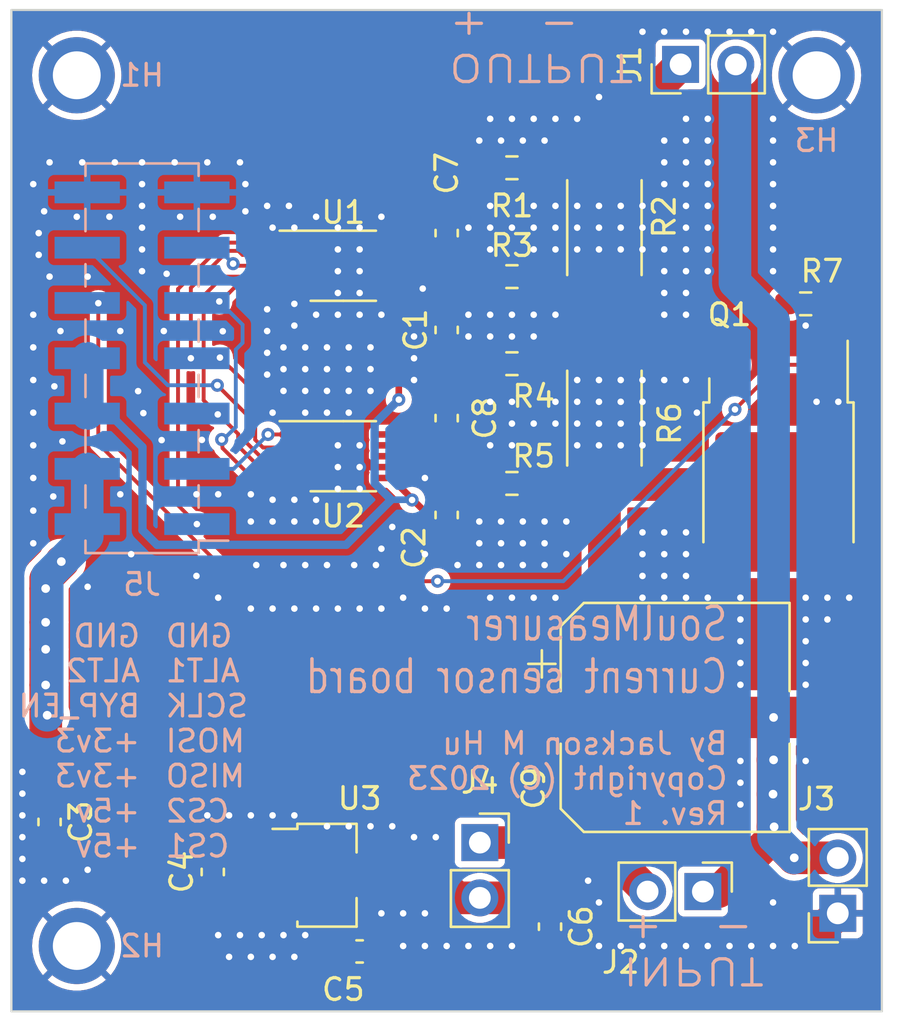
<source format=kicad_pcb>
(kicad_pcb (version 20221018) (generator pcbnew)
  (layers (0 "F.Cu" signal) (31 "B.Cu" signal) (34 "B.Paste" user) (35 "F.Paste" user) (36 "B.SilkS" user "B.Silkscreen") (37 "F.SilkS" user "F.Silkscreen") (38 "B.Mask" user) (39 "F.Mask" user) (44 "Edge.Cuts" user))
  (net 0 "")
  (net 1 "+3V3")
  (net 2 "GND")
  (net 3 "+5V")
  (net 4 "+3.3VADC")
  (net 5 "IN1+")
  (net 6 "IN1-")
  (net 7 "IN2+")
  (net 8 "IN2-")
  (net 9 "Net-(J1-Pin_2)")
  (net 10 "MOSI")
  (net 11 "CS1")
  (net 12 "MISO")
  (net 13 "CS2")
  (net 14 "SCLK")
  (net 15 "HI_CURR_BYPASS")
  (net 16 "ALERT2")
  (net 17 "ALERT1")
  (net 18 "VBUS2")
  (net 19 "Net-(J1-Pin_1)")
  (net 20 "VBUS1")
  (footprint "Package_SO:VSSOP-10_3x3mm_P0.5mm" (layer "F.Cu") (at 104.25 97.5)
    (fp_text reference "U2")
    (fp_text value "INA229-Q1")
  )
  (footprint "Package_SO:VSSOP-10_3x3mm_P0.5mm" (layer "F.Cu") (at 104.25 88.75)
    (fp_text reference "U1")
    (fp_text value "INA229-Q1")
  )
  (footprint "Capacitor_SMD:C_0603_1608Metric_Pad1.08x0.95mm_HandSolder" (layer "F.Cu") (at 113.75 119.1125 -90)
    (fp_text reference "C6")
    (fp_text value "10uF")
  )
  (footprint "Connector_PinHeader_2.54mm:PinHeader_1x02_P2.54mm_Vertical" (layer "F.Cu") (at 119.75 79.5 90)
    (fp_text reference "J1")
    (fp_text value "OUTPUT")
  )
  (footprint "Capacitor_SMD:C_0603_1608Metric_Pad1.08x0.95mm_HandSolder" (layer "F.Cu") (at 109 91.7 90)
    (fp_text reference "C1")
    (fp_text value "0.1uF")
  )
  (footprint "Package_TO_SOT_SMD:SOT-89-3_Handsoldering" (layer "F.Cu") (at 103.5 116.75)
    (fp_text reference "U3")
    (fp_text value "AMS1117/WL9005P3")
  )
  (footprint "Capacitor_SMD:C_0603_1608Metric_Pad1.08x0.95mm_HandSolder" (layer "F.Cu") (at 109 95.75 -90)
    (fp_text reference "C8")
    (fp_text value "0.1uF")
  )
  (footprint "Capacitor_SMD:C_0603_1608Metric_Pad1.08x0.95mm_HandSolder" (layer "F.Cu") (at 98.25 116.6 90)
    (fp_text reference "C4")
    (fp_text value "0.1uF")
  )
  (footprint "Capacitor_SMD:C_0603_1608Metric_Pad1.08x0.95mm_HandSolder" (layer "F.Cu") (at 90.75 114.3025 -90)
    (fp_text reference "C3")
    (fp_text value "10uF")
  )
  (footprint "Connector_PinHeader_2.54mm:PinHeader_1x02_P2.54mm_Vertical" (layer "F.Cu") (at 120.775 117.5 -90)
    (fp_text reference "J2")
    (fp_text value "INPUT")
  )
  (footprint "Resistor_SMD:R_0603_1608Metric_Pad0.98x0.95mm_HandSolder" (layer "F.Cu") (at 112 84.25)
    (fp_text reference "R1")
    (fp_text value "47R")
  )
  (footprint "Resistor_SMD:R_0603_1608Metric_Pad0.98x0.95mm_HandSolder" (layer "F.Cu") (at 112 89.25)
    (fp_text reference "R3")
    (fp_text value "47R")
  )
  (footprint "Connector_PinSocket_2.54mm:PinSocket_1x02_P2.54mm_Vertical" (layer "F.Cu") (at 126.975 118.5 180)
    (fp_text reference "J3")
    (fp_text value "LDO_GND")
  )
  (footprint "Capacitor_SMD:CP_Elec_10x12.6" (layer "F.Cu") (at 119.5 109.5)
    (fp_text reference "C9")
    (fp_text value "220uF")
  )
  (footprint "Capacitor_SMD:C_0603_1608Metric_Pad1.08x0.95mm_HandSolder" (layer "F.Cu") (at 109 87.25 -90)
    (fp_text reference "C7")
    (fp_text value "0.1uF")
  )
  (footprint "Capacitor_SMD:C_0603_1608Metric_Pad1.08x0.95mm_HandSolder" (layer "F.Cu") (at 109 100.2 90)
    (fp_text reference "C2")
    (fp_text value "0.1uF")
  )
  (footprint "Resistor_SMD:R_2512_6332Metric_Pad1.40x3.35mm_HandSolder" (layer "F.Cu") (at 116.25 95.75 90)
    (fp_text reference "R6")
    (fp_text value "10R")
  )
  (footprint "Package_TO_SOT_SMD:TO-252-2" (layer "F.Cu") (at 124.25 98.34 -90)
    (fp_text reference "Q1")
    (fp_text value "AP2055K")
  )
  (footprint "Resistor_SMD:R_0603_1608Metric_Pad0.98x0.95mm_HandSolder" (layer "F.Cu") (at 112 98.75)
    (fp_text reference "R5")
    (fp_text value "47R")
  )
  (footprint "Resistor_SMD:R_0603_1608Metric_Pad0.98x0.95mm_HandSolder" (layer "F.Cu") (at 112 93.25)
    (fp_text reference "R4")
    (fp_text value "47R")
  )
  (footprint "Connector_PinSocket_2.54mm:PinSocket_1x02_P2.54mm_Vertical" (layer "F.Cu") (at 110.525 115.25)
    (fp_text reference "J4")
    (fp_text value "LDO_VCC")
  )
  (footprint "Resistor_SMD:R_0603_1608Metric_Pad0.98x0.95mm_HandSolder" (layer "F.Cu") (at 125.5 90.5 180)
    (fp_text reference "R7")
    (fp_text value "10k")
  )
  (footprint "Resistor_SMD:R_2512_6332Metric_Pad1.40x3.35mm_HandSolder" (layer "F.Cu") (at 116.25 87 90)
    (fp_text reference "R2")
    (fp_text value "0.05R")
  )
  (footprint "Capacitor_SMD:C_0603_1608Metric_Pad1.08x0.95mm_HandSolder" (layer "F.Cu") (at 105 120.25)
    (fp_text reference "C5")
    (fp_text value "0.1uF")
  )
  (footprint "MountingHole:MountingHole_2.2mm_M2_ISO7380_Pad_TopBottom" (layer "B.Cu") (at 92 120 180)
    (fp_text reference "H2")
    (fp_text value "M3_Hole")
  )
  (footprint "MountingHole:MountingHole_2.2mm_M2_ISO7380_Pad_TopBottom" (layer "B.Cu") (at 126 80 180)
    (fp_text reference "H3")
    (fp_text value "M3_Hole")
  )
  (footprint "Connector_PinSocket_2.54mm:PinSocket_2x07_P2.54mm_Vertical_SMD" (layer "B.Cu") (at 95 93)
    (fp_text reference "J5")
    (fp_text value "COMM")
  )
  (footprint "MountingHole:MountingHole_2.2mm_M2_ISO7380_Pad_TopBottom" (layer "B.Cu") (at 92 80 180)
    (fp_text reference "H1")
    (fp_text value "M3_Hole")
  )
  (gr_line (start 129 123) (end 89 123) (stroke (width 0.1)) (layer "Edge.Cuts"))
  (gr_line (start 129 77) (end 129 123) (stroke (width 0.1)) (layer "Edge.Cuts"))
  (gr_line (start 89 77) (end 129 77) (stroke (width 0.1)) (layer "Edge.Cuts"))
  (gr_line (start 89 123) (end 89 77) (stroke (width 0.1)) (layer "Edge.Cuts"))
  (gr_text "By Jackson M Hu\nCopyright (C) 2023\nRev. 1" (at 122 114.5) (layer "B.SilkS") (effects (font (size 1 1)) (justify left bottom mirror)))
  (gr_text "GND\nALT2\nBYP_EN\n+3v3\n+3v3\n+5v\n+5v" (at 95 116) (layer "B.SilkS") (effects (font (size 1 1)) (justify left bottom mirror)))
  (gr_text "GND\nALT1\nSCLK\nMOSI\nMISO\nCS2\nCS1" (at 96 116) (layer "B.SilkS") (effects (font (size 1 1)) (justify right bottom mirror)))
  (gr_text "SoulMeasurer\nCurrent sensor board\n" (at 122 108.5) (layer "B.SilkS") (effects (font (size 1.5 1.2) (thickness 0.16)) (justify left bottom mirror)))
  (gr_text "INPUT\n+  -" (at 117 118.5 180) (layer "B.SilkS") (effects (font (size 1.2 1.5)) (justify left bottom mirror)))
  (gr_text "OUTPUT\n+  -" (at 109 77 180) (layer "B.SilkS") (effects (font (size 1.2 1.5)) (justify left bottom mirror)))
  (segment (start 109 101.05) (end 109 101.0625) (width 0.3048) (layer "F.Cu") (net 1))
  (segment (start 107.41 99.51) (end 107.41 99.46) (width 0.3048) (layer "F.Cu") (net 1))
  (segment (start 106.8 94.9) (end 106.8 95) (width 0.3048) (layer "F.Cu") (net 1))
  (segment (start 106.65 89.95) (end 106.8 90.1) (width 0.3048) (layer "F.Cu") (net 1))
  (segment (start 106.8 95) (end 106.8 95) (width 0.3048) (layer "F.Cu") (net 1))
  (segment (start 107.45 99.5) (end 109 101.05) (width 0.3048) (layer "F.Cu") (net 1))
  (segment (start 107.45 99.5) (end 107.46 99.51) (width 0.3048) (layer "F.Cu") (net 1))
  (segment (start 107.41 99.46) (end 106.4524 98.5024) (width 0.3048) (layer "F.Cu") (net 1))
  (segment (start 106.65 89.95) (end 106.4524 89.7524) (width 0.3048) (layer "F.Cu") (net 1))
  (segment (start 106.8 90.1) (end 106.8 94.9) (width 0.3048) (layer "F.Cu") (net 1))
  (segment (start 107.46 99.51) (end 107.41 99.51) (width 0.3048) (layer "F.Cu") (net 1))
  (segment (start 109 92.5625) (end 109 92.3) (width 0.3048) (layer "F.Cu") (net 1))
  (segment (start 106.4524 89.7524) (end 106.45 89.7524) (width 0.3048) (layer "F.Cu") (net 1))
  (segment (start 109 92.3) (end 106.65 89.95) (width 0.3048) (layer "F.Cu") (net 1))
  (via (at 107.41 99.51) (size 0.6) (drill 0.3) (layers "F.Cu" "B.Cu") (net 1))
  (via (at 106.8 94.9) (size 0.6) (drill 0.3) (layers "F.Cu" "B.Cu") (net 1))
  (segment (start 107.4 99.5) (end 107.41 99.51) (width 0.3048) (layer "B.Cu") (net 1))
  (segment (start 106.45 99.5) (end 107.4 99.5) (width 0.3048) (layer "B.Cu") (net 1))
  (segment (start 95.02 100.901) (end 95.689 101.57) (width 0.381) (layer "B.Cu") (net 1))
  (segment (start 95.689 101.57) (end 104.38 101.57) (width 0.381) (layer "B.Cu") (net 1))
  (segment (start 92.48 95.54) (end 93.48 95.54) (width 0.381) (layer "B.Cu") (net 1))
  (segment (start 95.02 97.08) (end 95.02 100.901) (width 0.381) (layer "B.Cu") (net 1))
  (segment (start 105.6905 98.7405) (end 105.6905 96.0095) (width 0.381) (layer "B.Cu") (net 1))
  (segment (start 104.38 101.57) (end 106.45 99.5) (width 0.381) (layer "B.Cu") (net 1))
  (segment (start 92.48 93) (end 92.48 95.54) (width 1.5) (layer "B.Cu") (net 1))
  (segment (start 105.6905 96.0095) (end 106.8 94.9) (width 0.381) (layer "B.Cu") (net 1))
  (segment (start 93.48 95.54) (end 95.02 97.08) (width 0.381) (layer "B.Cu") (net 1))
  (segment (start 106.45 99.5) (end 105.6905 98.7405) (width 0.381) (layer "B.Cu") (net 1))
  (segment (start 117.975 119.975) (end 118 120) (width 1.5) (layer "F.Cu") (net 2))
  (segment (start 98.25 115.7375) (end 98.7375 115.25) (width 0.762) (layer "F.Cu") (net 2))
  (segment (start 124.975 119.975) (end 125 120) (width 1.5) (layer "F.Cu") (net 2))
  (segment (start 108 98.5) (end 108.1625 98.5) (width 0.254) (layer "F.Cu") (net 2))
  (segment (start 105 97) (end 105 97.343514) (width 0.254) (layer "F.Cu") (net 2))
  (segment (start 109.5 102.5) (end 109.802 102.802) (width 0.254) (layer "F.Cu") (net 2))
  (segment (start 110.975 119.975) (end 110.025 119.975) (width 1.5) (layer "F.Cu") (net 2))
  (segment (start 108.975 119.975) (end 108.025 119.975) (width 1.5) (layer "F.Cu") (net 2))
  (segment (start 121 120) (end 121.025 119.975) (width 1.5) (layer "F.Cu") (net 2))
  (segment (start 125.025 119.975) (end 125.5 119.975) (width 1.5) (layer "F.Cu") (net 2))
  (segment (start 122 120) (end 122.025 119.975) (width 1.5) (layer "F.Cu") (net 2))
  (segment (start 122.025 119.975) (end 122.975 119.975) (width 1.5) (layer "F.Cu") (net 2))
  (segment (start 125.5 119.975) (end 126.975 118.5) (width 1.5) (layer "F.Cu") (net 2))
  (segment (start 113.75 119.975) (end 112.025 119.975) (width 1.5) (layer "F.Cu") (net 2))
  (segment (start 109.802 102.198) (end 109.5 102.5) (width 0.254) (layer "F.Cu") (net 2))
  (segment (start 110 120) (end 109.975 119.975) (width 1.5) (layer "F.Cu") (net 2))
  (segment (start 106.975 119.975) (end 106.1375 119.975) (width 1.5) (layer "F.Cu") (net 2))
  (segment (start 107.975 119.975) (end 107.025 119.975) (width 1.5) (layer "F.Cu") (net 2))
  (segment (start 116.025 119.975) (end 116.975 119.975) (width 1.5) (layer "F.Cu") (net 2))
  (segment (start 109 99.3375) (end 109.802 100.1395) (width 0.254) (layer "F.Cu") (net 2))
  (segment (start 120.025 119.975) (end 120.975 119.975) (width 1.5) (layer "F.Cu") (net 2))
  (segment (start 122.975 119.975) (end 123 120) (width 1.5) (layer "F.Cu") (net 2))
  (segment (start 105 97.343514) (end 105.656486 98) (width 0.254) (layer "F.Cu") (net 2))
  (segment (start 108.025 119.975) (end 108 120) (width 1.5) (layer "F.Cu") (net 2))
  (segment (start 109.802 102.802) (end 109.802 106.498) (width 0.254) (layer "F.Cu") (net 2))
  (segment (start 107.9 89.7375) (end 107.9 89.8) (width 0.254) (layer "F.Cu") (net 2))
  (segment (start 119.025 119.975) (end 119.975 119.975) (width 1.5) (layer "F.Cu") (net 2))
  (segment (start 116.975 119.975) (end 117 120) (width 1.5) (layer "F.Cu") (net 2))
  (segment (start 105 90) (end 105 91) (width 0.254) (layer "F.Cu") (net 2))
  (segment (start 121.025 119.975) (end 121.975 119.975) (width 1.5) (layer "F.Cu") (net 2))
  (segment (start 116 120) (end 116.025 119.975) (width 1.5) (layer "F.Cu") (net 2))
  (segment (start 106.1375 119.975) (end 105.8625 120.25) (width 1.5) (layer "F.Cu") (net 2))
  (segment (start 124.025 119.975) (end 124.975 119.975) (width 1.5) (layer "F.Cu") (net 2))
  (segment (start 112.025 119.975) (end 112 120) (width 1.5) (layer "F.Cu") (net 2))
  (segment (start 105 96) (end 105 97) (width 0.254) (layer "F.Cu") (net 2))
  (segment (start 123.025 119.975) (end 123.975 119.975) (width 1.5) (layer "F.Cu") (net 2))
  (segment (start 118 120) (end 118.025 119.975) (width 1.5) (layer "F.Cu") (net 2))
  (segment (start 107.9625 89.8) (end 109 90.8375) (width 0.254) (layer "F.Cu") (net 2))
  (segment (start 109 120) (end 108.975 119.975) (width 1.5) (layer "F.Cu") (net 2))
  (segment (start 117.025 119.975) (end 117.975 119.975) (width 1.5) (layer "F.Cu") (net 2))
  (segment (start 113.75 119.975) (end 115.975 119.975) (width 1.5) (layer "F.Cu") (net 2))
  (segment (start 108.1625 98.5) (end 109 99.3375) (width 0.254) (layer "F.Cu") (net 2))
  (segment (start 118.975 119.975) (end 119 120) (width 1.5) (layer "F.Cu") (net 2))
  (segment (start 119 120) (end 119.025 119.975) (width 1.5) (layer "F.Cu") (net 2))
  (segment (start 109.802 100.1395) (end 109.802 102.198) (width 0.254) (layer "F.Cu") (net 2))
  (segment (start 108 98.3375) (end 108 98.5) (width 0.254) (layer "F.Cu") (net 2))
  (segment (start 108 120) (end 107.975 119.975) (width 1.5) (layer "F.Cu") (net 2))
  (segment (start 117 120) (end 117.025 119.975) (width 1.5) (layer "F.Cu") (net 2))
  (segment (start 124 120) (end 124.025 119.975) (width 1.5) (layer "F.Cu") (net 2))
  (segment (start 106.45 98) (end 107.6625 98) (width 0.254) (layer "F.Cu") (net 2))
  (segment (start 112 120) (end 111.975 119.975) (width 1.5) (layer "F.Cu") (net 2))
  (segment (start 107.025 119.975) (end 107 120) (width 1.5) (layer "F.Cu") (net 2))
  (segment (start 115.975 119.975) (end 116 120) (width 1.5) (layer "F.Cu") (net 2))
  (segment (start 110.025 119.975) (end 110 120) (width 1.5) (layer "F.Cu") (net 2))
  (segment (start 120.975 119.975) (end 121 120) (width 1.5) (layer "F.Cu") (net 2))
  (segment (start 105.656486 98) (end 106 98) (width 0.254) (layer "F.Cu") (net 2))
  (segment (start 98.7375 115.25) (end 101.05 115.25) (width 0.762) (layer "F.Cu") (net 2))
  (segment (start 106.45 89.25) (end 105.656486 89.25) (width 0.254) (layer "F.Cu") (net 2))
  (segment (start 111 120) (end 110.975 119.975) (width 1.5) (layer "F.Cu") (net 2))
  (segment (start 105.656486 89.25) (end 105 89.906486) (width 0.254) (layer "F.Cu") (net 2))
  (segment (start 106.45 89.25) (end 107.4125 89.25) (width 0.254) (layer "F.Cu") (net 2))
  (segment (start 107.9 89.8) (end 107.9625 89.8) (width 0.254) (layer "F.Cu") (net 2))
  (segment (start 123 120) (end 123.025 119.975) (width 1.5) (layer "F.Cu") (net 2))
  (segment (start 109.975 119.975) (end 109.025 119.975) (width 1.5) (layer "F.Cu") (net 2))
  (segment (start 119.975 119.975) (end 120 120) (width 1.5) (layer "F.Cu") (net 2))
  (segment (start 109.025 119.975) (end 109 120) (width 1.5) (layer "F.Cu") (net 2))
  (segment (start 118.025 119.975) (end 118.975 119.975) (width 1.5) (layer "F.Cu") (net 2))
  (segment (start 102 114) (end 102 114.3) (width 0.254) (layer "F.Cu") (net 2))
  (segment (start 107 120) (end 106.975 119.975) (width 1.5) (layer "F.Cu") (net 2))
  (segment (start 107.4125 89.25) (end 107.9 89.7375) (width 0.254) (layer "F.Cu") (net 2))
  (segment (start 102 114.3) (end 101.05 115.25) (width 0.254) (layer "F.Cu") (net 2))
  (segment (start 105 91) (end 105 96) (width 0.254) (layer "F.Cu") (net 2))
  (segment (start 111.975 119.975) (end 111.025 119.975) (width 1.5) (layer "F.Cu") (net 2))
  (segment (start 109.802 106.498) (end 102.3 114) (width 0.254) (layer "F.Cu") (net 2))
  (segment (start 123.975 119.975) (end 124 120) (width 1.5) (layer "F.Cu") (net 2))
  (segment (start 125 120) (end 125.025 119.975) (width 1.5) (layer "F.Cu") (net 2))
  (segment (start 121.975 119.975) (end 122 120) (width 1.5) (layer "F.Cu") (net 2))
  (segment (start 102.3 114) (end 102 114) (width 0.254) (layer "F.Cu") (net 2))
  (segment (start 107.6625 98) (end 108 98.3375) (width 0.254) (layer "F.Cu") (net 2))
  (segment (start 105 89.906486) (end 105 90) (width 0.254) (layer "F.Cu") (net 2))
  (segment (start 111.025 119.975) (end 111 120) (width 1.5) (layer "F.Cu") (net 2))
  (segment (start 120 120) (end 120.025 119.975) (width 1.5) (layer "F.Cu") (net 2))
  (via (at 115 82) (size 0.6) (drill 0.3) (layers "F.Cu" "B.Cu") (net 2))
  (via (at 95.06 95.52) (size 0.6) (drill 0.3) (layers "F.Cu" "B.Cu") (net 2))
  (via (at 101 104.5) (size 0.6) (drill 0.3) (layers "F.Cu" "B.Cu") (net 2))
  (via (at 100 99.25) (size 0.6) (drill 0.3) (layers "F.Cu" "B.Cu") (net 2))
  (via (at 101.5 102.5) (size 0.6) (drill 0.3) (layers "F.Cu" "B.Cu") (net 2))
  (via (at 106 118.5) (size 0.6) (drill 0.3) (layers "F.Cu" "B.Cu") (net 2))
  (via (at 118 87) (size 0.6) (drill 0.3) (layers "F.Cu" "B.Cu") (net 2))
  (via (at 98 84) (size 0.6) (drill 0.3) (layers "F.Cu" "B.Cu") (net 2))
  (via (at 89.5 117) (size 0.6) (drill 0.3) (layers "F.Cu" "B.Cu") (net 2))
  (via (at 90.75 89.25) (size 0.6) (drill 0.3) (layers "F.Cu" "B.Cu") (net 2))
  (via (at 114 96) (size 0.6) (drill 0.3) (layers "F.Cu" "B.Cu") (net 2))
  (via (at 98.5 104) (size 0.6) (drill 0.3) (layers "F.Cu" "B.Cu") (net 2))
  (via (at 90.5 86.25) (size 0.6) (drill 0.3) (layers "F.Cu" "B.Cu") (net 2))
  (via (at 111 88) (size 0.6) (drill 0.3) (layers "F.Cu" "B.Cu") (net 2))
  (via (at 106 104.5) (size 0.6) (drill 0.3) (layers "F.Cu" "B.Cu") (net 2))
  (via (at 106.5 100.75) (size 0.6) (drill 0.3) (layers "F.Cu" "B.Cu") (net 2))
  (via (at 94.82 94.51) (size 0.6) (drill 0.3) (layers "F.Cu" "B.Cu") (net 2))
  (via (at 109.5 102.5) (size 0.6) (drill 0.3) (layers "F.Cu" "B.Cu") (net 2))
  (via (at 110 120) (size 0.6) (drill 0.3) (layers "F.Cu" "B.Cu") (net 2))
  (via (at 101 114) (size 0.6) (drill 0.3) (layers "F.Cu" "B.Cu") (net 2))
  (via (at 107.9 89.8) (size 0.6) (drill 0.3) (layers "F.Cu" "B.Cu") (net 2))
  (via (at 121 78) (size 0.6) (drill 0.3) (layers "F.Cu" "B.Cu") (net 2))
  (via (at 121 120) (size 0.6) (drill 0.3) (layers "F.Cu" "B.Cu") (net 2))
  (via (at 109 120) (size 0.6) (drill 0.3) (layers "F.Cu" "B.Cu") (net 2))
  (via (at 119 84) (size 0.6) (drill 0.3) (layers "F.Cu" "B.Cu") (net 2))
  (via (at 120 87) (size 0.6) (drill 0.3) (layers "F.Cu" "B.Cu") (net 2))
  (via (at 99 120.5) (size 0.6) (drill 0.3) (layers "F.Cu" "B.Cu") (net 2))
  (via (at 108 120) (size 0.6) (drill 0.3) (layers "F.Cu" "B.Cu") (net 2))
  (via (at 119 83) (size 0.6) (drill 0.3) (layers "F.Cu" "B.Cu") (net 2))
  (via (at 110.5 83) (size 0.6) (drill 0.3) (layers "F.Cu" "B.Cu") (net 2))
  (via (at 120 82) (size 0.6) (drill 0.3) (layers "F.Cu" "B.Cu") (net 2))
  (via (at 120 78) (size 0.6) (drill 0.3) (layers "F.Cu" "B.Cu") (net 2))
  (via (at 104.5 93.5) (size 0.6) (drill 0.3) (layers "F.Cu" "B.Cu") (net 2))
  (via (at 125.5 91.5) (size 0.6) (drill 0.3) (layers "F.Cu" "B.Cu") (net 2))
  (via (at 120 86) (size 0.6) (drill 0.3) (layers "F.Cu" "B.Cu") (net 2))
  (via (at 113 87) (size 0.6) (drill 0.3) (layers "F.Cu" "B.Cu") (net 2))
  (via (at 105 97) (size 0.6) (drill 0.3) (layers "F.Cu" "B.Cu") (net 2))
  (via (at 111.5 101.5) (size 0.6) (drill 0.3) (layers "F.Cu" "B.Cu") (net 2))
  (via (at 100.75 90.75) (size 0.6) (drill 0.3) (layers "F.Cu" "B.Cu") (net 2))
  (via (at 126.5 105) (size 0.6) (drill 0.3) (layers "F.Cu" "B.Cu") (net 2))
  (via (at 105.5 92.5) (size 0.6) (drill 0.3) (layers "F.Cu" "B.Cu") (net 2))
  (via (at 125.5 104) (size 0.6) (drill 0.3) (layers "F.Cu" "B.Cu") (net 2))
  (via (at 120 85) (size 0.6) (drill 0.3) (layers "F.Cu" "B.Cu") (net 2))
  (via (at 107 120) (size 0.6) (drill 0.3) (layers "F.Cu" "B.Cu") (net 2))
  (via (at 100.75 91.75) (size 0.6) (drill 0.3) (layers "F.Cu" "B.Cu") (net 2))
  (via (at 103 99.5) (size 0.6) (drill 0.3) (layers "F.Cu" "B.Cu") (net 2))
  (via (at 103.5 93.5) (size 0.6) (drill 0.3) (layers "F.Cu" "B.Cu") (net 2))
  (via (at 98.5 119.5) (size 0.6) (drill 0.3) (layers "F.Cu" "B.Cu") (net 2))
  (via (at 113 92) (size 0.6) (drill 0.3) (layers "F.Cu" "B.Cu") (net 2))
  (via (at 107.5 115) (size 0.6) (drill 0.3) (layers "F.Cu" "B.Cu") (net 2))
  (via (at 103.5 95.5) (size 0.6) (drill 0.3) (layers "F.Cu" "B.Cu") (net 2))
  (via (at 105 89) (size 0.6) (drill 0.3) (layers "F.Cu" "B.Cu") (net 2))
  (via (at 95 87) (size 0.6) (drill 0.3) (layers "F.Cu" "B.Cu") (net 2))
  (via (at 110.5 101.5) (size 0.6) (drill 0.3) (layers "F.Cu" "B.Cu") (net 2))
  (via (at 124 83) (size 0.6) (drill 0.3) (layers "F.Cu" "B.Cu") (net 2))
  (via (at 89.5 112) (size 0.6) (drill 0.3) (layers "F.Cu" "B.Cu") (net 2))
  (via (at 108.5 115) (size 0.6) (drill 0.3) (layers "F.Cu" "B.Cu") (net 2))
  (via (at 115 86) (size 0.6) (drill 0.3) (layers "F.Cu" "B.Cu") (net 2))
  (via (at 92.5 89.25) (size 0.6) (drill 0.3) (layers "F.Cu" "B.Cu") (net 2))
  (via (at 120 103) (size 0.6) (drill 0.3) (layers "F.Cu" "B.Cu") (net 2))
  (via (at 126.5 104) (size 0.6) (drill 0.3) (layers "F.Cu" "B.Cu") (net 2))
  (via (at 122.5 111.5) (size 0.6) (drill 0.3) (layers "F.Cu" "B.Cu") (net 2))
  (via (at 105 88) (size 0.6) (drill 0.3) (layers "F.Cu" "B.Cu") (net 2))
  (via (at 121 89) (size 0.6) (drill 0.3) (layers "F.Cu" "B.Cu") (net 2))
  (via (at 102.5 119.5) (size 0.6) (drill 0.3) (layers "F.Cu" "B.Cu") (net 2))
  (via (at 122.5 107) (size 0.6) (drill 0.3) (layers "F.Cu" "B.Cu") (net 2))
  (via (at 104.5 95.5) (size 0.6) (drill 0.3) (layers "F.Cu" "B.Cu") (net 2))
  (via (at 113 86) (size 0.6) (drill 0.3) (layers "F.Cu" "B.Cu") (net 2))
  (via (at 127.5 104) (size 0.6) (drill 0.3) (layers "F.Cu" "B.Cu") (net 2))
  (via (at 105 99) (size 0.6) (drill 0.3) (layers "F.Cu" "B.Cu") (net 2))
  (via (at 93.75 84) (size 0.6) (drill 0.3) (layers "F.Cu" "B.Cu") (net 2))
  (via (at 105 87) (size 0.6) (drill 0.3) (layers "F.Cu" "B.Cu") (net 2))
  (via (at 100 114) (size 0.6) (drill 0.3) (layers "F.Cu" "B.Cu") (net 2))
  (via (at 99.75 86.25) (size 0.6) (drill 0.3) (layers "F.Cu" "B.Cu") (net 2))
  (via (at 124 120) (size 0.6) (drill 0.3) (layers "F.Cu" "B.Cu") (net 2))
  (via (at 112 92) (size 0.6) (drill 0.3) (layers "F.Cu" "B.Cu") (net 2))
  (via (at 122 78) (size 0.6) (drill 0.3) (layers "F.Cu" "B.Cu") (net 2))
  (via (at 121 86) (size 0.6) (drill 0.3) (layers "F.Cu" "B.Cu") (net 2))
  (via (at 95 86) (size 0.6) (drill 0.3) (layers "F.Cu" "B.Cu") (net 2))
  (via (at 102 87) (size 0.6) (drill 0.3) (layers "F.Cu" "B.Cu") (net 2))
  (via (at 116 94) (size 0.6) (drill 0.3) (layers "F.Cu" "B.Cu") (net 2))
  (via (at 94 91.75) (size 0.6) (drill 0.3) (layers "F.Cu" "B.Cu") (net 2))
  (via (at 113.5 100.5) (size 0.6) (drill 0.3) (layers "F.Cu" "B.Cu") (net 2))
  (via (at 114 91) (size 0.6) (drill 0.3) (layers "F.Cu" "B.Cu") (net 2))
  (via (at 115 97) (size 0.6) (drill 0.3) (layers "F.Cu" "B.Cu") (net 2))
  (via (at 122.5 108) (size 0.6) (drill 0.3) (layers "F.Cu" "B.Cu") (net 2))
  (via (at 113.5 83) (size 0.6) (drill 0.3) (layers "F.Cu" "B.Cu") (net 2))
  (via (at 105 91) (size 0.6) (drill 0.3) (layers "F.Cu" "B.Cu") (net 2))
  (via (at 97.5 103) (size 0.6) (drill 0.3) (layers "F.Cu" "B.Cu") (net 2))
  (via (at 118 120) (size 0.6) (drill 0.3) (layers "F.Cu" "B.Cu") (net 2))
  (via (at 116 87) (size 0.6) (drill 0.3) (layers "F.Cu" "B.Cu") (net 2))
  (via (at 100 100.5) (size 0.6) (drill 0.3) (layers "F.Cu" "B.Cu") (net 2))
  (via (at 119 104) (size 0.6) (drill 0.3) (layers "F.Cu" "B.Cu") (net 2))
  (via (at 96.5 84) (size 0.6) (drill 0.3) (layers "F.Cu" "B.Cu") (net 2))
  (via (at 119 90) (size 0.6) (drill 0.3) (layers "F.Cu" "B.Cu") (net 2))
  (via (at 104 89) (size 0.6) (drill 0.3) (layers "F.Cu" "B.Cu") (net 2))
  (via (at 92 86.5) (size 0.6) (drill 0.3) (layers "F.Cu" "B.Cu") (net 2))
  (via (at 99.5 119.5) (size 0.6) (drill 0.3) (layers "F.Cu" "B.Cu") (net 2))
  (via (at 103 104.5) (size 0.6) (drill 0.3) (layers "F.Cu" "B.Cu") (net 2))
  (via (at 121 83) (size 0.6) (drill 0.3) (layers "F.Cu" "B.Cu") (net 2))
  (via (at 104 99) (size 0.6) (drill 0.3) (layers "F.Cu" "B.Cu") (net 2))
  (via (at 108 98.5) (size 0.6) (drill 0.3) (layers "F.Cu" "B.Cu") (net 2))
  (via (at 112 82) (size 0.6) (drill 0.3) (layers "F.Cu" "B.Cu") (net 2))
  (via (at 99 114) (size 0.6) (drill 0.3) (layers "F.Cu" "B.Cu") (net 2))
  (via (at 90 91) (size 0.6) (drill 0.3) (layers "F.Cu" "B.Cu") (net 2))
  (via (at 125.5 106) (size 0.6) (drill 0.3) (layers "F.Cu" "B.Cu") (net 2))
  (via (at 106 86.5) (size 0.6) (drill 0.3) (layers "F.Cu" "B.Cu") (net 2))
  (via (at 117 120) (size 0.6) (drill 0.3) (layers "F.Cu" "B.Cu") (net 2))
  (via (at 119 89) (size 0.6) (drill 0.3) (layers "F.Cu" "B.Cu") (net 2))
  (via (at 102.5 95.5) (size 0.6) (drill 0.3) (layers "F.Cu" "B.Cu") (net 2))
  (via (at 120 94) (size 0.6) (drill 0.3) (layers "F.Cu" "B.Cu") (net 2))
  (via (at 89.5 115) (size 0.6) (drill 0.3) (layers "F.Cu" "B.Cu") (net 2))
  (via (at 119 103) (size 0.6) (drill 0.3) (layers "F.Cu" "B.Cu") (net 2))
  (via (at 116 97) (size 0.6) (drill 0.3) (layers "F.Cu" "B.Cu") (net 2))
  (via (at 111 104) (size 0.6) (drill 0.3) (layers "F.Cu" "B.Cu") (net 2))
  (via (at 113 104) (size 0.6) (drill 0.3) (layers "F.Cu" "B.Cu") (net 2))
  (via (at 119 94) (size 0.6) (drill 0.3) (layers "F.Cu" "B.Cu") (net 2))
  (via (at 94 99.25) (size 0.6) (drill 0.3) (layers "F.Cu" "B.Cu") (net 2))
  (via (at 111.5 83) (size 0.6) (drill 0.3) (layers "F.Cu" "B.Cu") (net 2))
  (via (at 96.13 89.12) (size 0.6) (drill 0.3) (layers "F.Cu" "B.Cu") (net 2))
  (via (at 95 85) (size 0.6) (drill 0.3) (layers "F.Cu" "B.Cu") (net 2))
  (via (at 100.75 93.75) (size 0.6) (drill 0.3) (layers "F.Cu" "B.Cu") (net 2))
  (via (at 113.5 101.5) (size 0.6) (drill 0.3) (layers "F.Cu" "B.Cu") (net 2))
  (via (at 122.5 112.5) (size 0.6) (drill 0.3) (layers "F.Cu" "B.Cu") (net 2))
  (via (at 90 85) (size 0.6) (drill 0.3) (layers "F.Cu" "B.Cu") (net 2))
  (via (at 124 86) (size 0.6) (drill 0.3) (layers "F.Cu" "B.Cu") (net 2))
  (via (at 106.5 114.5) (size 0.6) (drill 0.3) (layers "F.Cu" "B.Cu") (net 2))
  (via (at 116 118) (size 0.6) (drill 0.3) (layers "F.Cu" "B.Cu") (net 2))
  (via (at 113 96) (size 0.6) (drill 0.3) (layers "F.Cu" "B.Cu") (net 2))
  (via (at 110.5 100.5) (size 0.6) (drill 0.3) (layers "F.Cu" "B.Cu") (net 2))
  (via (at 101.5 94.5) (size 0.6) (drill 0.3) (layers "F.Cu" "B.Cu") (net 2))
  (via (at 105.5 114.5) (size 0.6) (drill 0.3) (layers "F.Cu" "B.Cu") (net 2))
  (via (at 119 85) (size 0.6) (drill 0.3) (layers "F.Cu" "B.Cu") (net 2))
  (via (at 100.25 102.5) (size 0.6) (drill 0.3) (layers "F.Cu" "B.Cu") (net 2))
  (via (at 114 82) (size 0.6) (drill 0.3) (layers "F.Cu" "B.Cu") (net 2))
  (via (at 117 96) (size 0.6) (drill 0.3) (layers "F.Cu" "B.Cu") (net 2))
  (via (at 115.5 117) (size 0.6) (drill 0.3) (layers "F.Cu" "B.Cu") (net 2))
  (via (at 101 100.5) (size 0.6) (drill 0.3) (layers "F.Cu" "B.Cu") (net 2))
  (via (at 119 120) (size 0.6) (drill 0.3) (layers "F.Cu" "B.Cu") (net 2))
  (via (at 90 97) (size 0.6) (drill 0.3) (layers "F.Cu" "B.Cu") (net 2))
  (via (at 100 104.5) (size 0.6) (drill 0.3) (layers "F.Cu" "B.Cu") (net 2))
  (via (at 100.75 86) (size 0.6) (drill 0.3) (layers "F.Cu" "B.Cu") (net 2))
  (via (at 104.5 94.5) (size 0.6) (drill 0.3) (layers "F.Cu" "B.Cu") (net 2))
  (via (at 115 94) (size 0.6) (drill 0.3) (layers "F.Cu" "B.Cu") (net 2))
  (via (at 120 89) (size 0.6) (drill 0.3) (layers "F.Cu" "B.Cu") (net 2))
  (via (at 118 101) (size 0.6) (drill 0.3) (layers "F.Cu" "B.Cu") (net 2))
  (via (at 104.5 114.5) (size 0.6) (drill 0.3) (layers "F.Cu" "B.Cu") (net 2))
  (via (at 109 104.5) (size 0.6) (drill 0.3) (layers "F.Cu" "B.Cu") (net 2))
  (via (at 103.5 102.5) (size 0.6) (drill 0.3) (layers "F.Cu" "B.Cu") (net 2))
  (via (at 127 95) (size 0.6) (drill 0.3) (layers "F.Cu" "B.Cu") (net 2))
  (via (at 113 88) (size 0.6) (drill 0.3) (layers "F.Cu" "B.Cu") (net 2))
  (via (at 120 120) (size 0.6) (drill 0.3) (layers "F.Cu" "B.Cu") (net 2))
  (via (at 119 88) (size 0.6) (drill 0.3) (layers "F.Cu" "B.Cu") (net 2))
  (via (at 106 101.75) (size 0.6) (drill 0.3) (layers "F.Cu" "B.Cu") (net 2))
  (via (at 101 120.5) (size 0.6) (drill 0.3) (layers "F.Cu" "B.Cu") (net 2))
  (via (at 104.75 102.5) (size 0.6) (drill 0.3) (layers "F.Cu" "B.Cu") (net 2))
  (via (at 90 95.5) (size 0.6) (drill 0.3) (layers "F.Cu" "B.Cu") (net 2))
  (via (at 99.5 84) (size 0.6) (drill 0.3) (layers "F.Cu" "B.Cu") (net 2))
  (via (at 120 88) (size 0.6) (drill 0.3) (layers "F.Cu" "B.Cu") (net 2))
  (via (at 114 104) (size 0.6) (drill 0.3) (layers "F.Cu" "B.Cu") (net 2))
  (via (at 116 86) (size 0.6) (drill 0.3) (layers "F.Cu" "B.Cu") (net 2))
  (via (at 91.34 96.82) (size 0.6) (drill 0.3) (layers "F.Cu" "B.Cu") (net 2))
  (via (at 114 86) (size 0.6) (drill 0.3) (layers "F.Cu" "B.Cu") (net 2))
  (via (at 103.5 92.5) (size 0.6) (drill 0.3) (layers "F.Cu" "B.Cu") (net 2))
  (via (at 121 87) (size 0.6) (drill 0.3) (layers "F.Cu" "B.Cu") (net 2))
  (via (at 122.5 105) (size 0.6) (drill 0.3) (layers "F.Cu" "B.Cu") (net 2))
  (via (at 102 91.5) (size 0.6) (drill 0.3) (layers "F.Cu" "B.Cu") (net 2))
  (via (at 108 104.5) (size 0.6) (drill 0.3) (layers "F.Cu" "B.Cu") (net 2))
  (via (at 102 99.5) (size 0.6) (drill 0.3) (layers "F.Cu" "B.Cu") (net 2))
  (via (at 111 87) (size 0.6) (drill 0.3) (layers "F.Cu" "B.Cu") (net 2))
  (via (at 111 92) (size 0.6) (drill 0.3) (layers "F.Cu" "B.Cu") (net 2))
  (via (at 120 104) (size 0.6) (drill 0.3) (layers "F.Cu" "B.Cu") (net 2))
  (via (at 105.5 93.5) (size 0.6) (drill 0.3) (layers "F.Cu" "B.Cu") (net 2))
  (via (at 119 102) (size 0.6) (drill 0.3) (layers "F.Cu" "B.Cu") (net 2))
  (via (at 102 90.5) (size 0.6) (drill 0.3) (layers "F.Cu" "B.Cu") (net 2))
  (via (at 95 88) (size 0.6) (drill 0.3) (layers "F.Cu" "B.Cu") (net 2))
  (via (at 118 103) (size 0.6) (drill 0.3) (layers "F.Cu" "B.Cu") (net 2))
  (via (at 97.75 96.75) (size 0.6) (drill 0.3) (layers "F.Cu" "B.Cu") (net 2))
  (via (at 121 84) (size 0.6) (drill 0.3) (layers "F.Cu" "B.Cu") (net 2))
  (via (at 112.5 100.5) (size 0.6) (drill 0.3) (layers "F.Cu" "B.Cu") (net 2))
  (via (at 120 83) (size 0.6) (drill 0.3) (layers "F.Cu" "B.Cu") (net 2))
  (via (at 122.5 113.5) (size 0.6) (drill 0.3) (layers "F.Cu" "B.Cu") (net 2))
  (via (at 102.5 102.5) (size 0.6) (drill 0.3) (layers "F.Cu" "B.Cu") (net 2))
  (via (at 120.5 95.5) (size 0.6) (drill 0.3) (layers "F.Cu" "B.Cu") (net 2))
  (via (at 112 97) (size 0.6) (drill 0.3) (layers "F.Cu" "B.Cu") (net 2))
  (via (at 92.25 84) (size 0.6) (drill 0.3) (layers "F.Cu" "B.Cu") (net 2))
  (via (at 112 95) (size 0.6) (drill 0.3) (layers "F.Cu" "B.Cu") (net 2))
  (via (at 104 104.5) (size 0.6) (drill 0.3) (layers "F.Cu" "B.Cu") (net 2))
  (via (at 102 120.5) (size 0.6) (drill 0.3) (layers "F.Cu" "B.Cu") (net 2))
  (via (at 92.5 116.5) (size 0.6) (drill 0.3) (layers "F.Cu" "B.Cu") (net 2))
  (via (at 111.5 100.5) (size 0.6) (drill 0.3) (layers "F.Cu" "B.Cu") (net 2))
  (via (at 105.75 102.5) (size 0.6) (drill 0.3) (layers "F.Cu" "B.Cu") (net 2))
  (via (at 103 100.5) (size 0.6) (drill 0.3) (layers "F.Cu" "B.Cu") (net 2))
  (via (at 124 118) (size 0.6) (drill 0.3) (layers "F.Cu" "B.Cu") (net 2))
  (via (at 125.5 105) (size 0.6) (drill 0.3) (layers "F.Cu" "B.Cu") (net 2))
  (via (at 111 97) (size 0.6) (drill 0.3) (layers "F.Cu" "B.Cu") (net 2))
  (via (at 101.5 119.5) (size 0.6) (drill 0.3) (layers "F.Cu" "B.Cu") (net 2))
  (via (at 112 87) (size 0.6) (drill 0.3) (layers "F.Cu" "B.Cu") (net 2))
  (via (at 123 120) (size 0.6) (drill 0.3) (layers "F.Cu" "B.Cu") (net 2))
  (via (at 119 78) (size 0.6) (drill 0.3) (layers "F.Cu" "B.Cu") (net 2))
  (via (at 102.5 93.5) (size 0.6) (drill 0.3) (layers "F.Cu" "B.Cu") (net 2))
  (via (at 120 91) (size 0.6) (drill 0.3) (layers "F.Cu" "B.Cu") (net 2))
  (via (at 117 95) (size 0.6) (drill 0.3) (layers "F.Cu" "B.Cu") (net 2))
  (via (at 106 91) (size 0.6) (drill 0.3) (layers "F.Cu" "B.Cu") (net 2))
  (via (at 115 95) (size 0.6) (drill 0.3) (layers "F.Cu" "B.Cu") (net 2))
  (via (at 99.75 85) (size 0.6) (drill 0.3) (layers "F.Cu" "B.Cu") (net 2))
  (via (at 95 84) (size 0.6) (drill 0.3) (layers "F.Cu" "B.Cu") (net 2))
  (via (at 90.75 84) (size 0.6) (drill 0.3) (layers "F.Cu" "B.Cu") (net 2))
  (via (at 90 101.5) (size 0.6) (drill 0.3) (layers "F.Cu" "B.Cu") (net 2))
  (via (at 119 101) (size 0.6) (drill 0.3) (layers "F.Cu" "B.Cu") (net 2))
  (via (at 125 120) (size 0.6) (drill 0.3) (layers "F.Cu" "B.Cu") (net 2))
  (via (at 118 94) (size 0.6) (drill 0.3) (layers "F.Cu" "B.Cu") (net 2))
  (via (at 124 78) (size 0.6) (drill 0.3) (layers "F.Cu" "B.Cu") (net 2))
  (via (at 96 91.75) (size 0.6) (drill 0.3) (layers "F.Cu" "B.Cu") (net 2))
  (via (at 120 101) (size 0.6) (drill 0.3) (layers "F.Cu" "B.Cu") (net 2))
  (via (at 90 92.5) (size 0.6) (drill 0.3) (layers "F.Cu" "B.Cu") (net 2))
  (via (at 124 85) (size 0.6) (drill 0.3) (layers "F.Cu" "B.Cu") (net 2))
  (via (at 104 90) (size 0.6) (drill 0.3) (layers "F.Cu" "B.Cu") (net 2))
  (via (at 89.5 116) (size 0.6) (drill 0.3) (layers "F.Cu" "B.Cu") (net 2))
  (via (at 110 91) (size 0.6) (drill 0.3) (layers "F.Cu" "B.Cu") (net 2))
  (via (at 107 118.5) (size 0.6) (drill 0.3) (layers "F.Cu" "B.Cu") (net 2))
  (via (at 103 91) (size 0.6) (drill 0.3) (layers "F.Cu" "B.Cu") (net 2))
  (via (at 97.5 99.25) (size 0.6) (drill 0.3) (layers "F.Cu" "B.Cu") (net 2))
  (via (at 118 88) (size 0.6) (drill 0.3) (layers "F.Cu" "B.Cu") (net 2))
  (via (at 91.25 91.75) (size 0.6) (drill 0.3) (layers "F.Cu" "B.Cu") (net 2))
  (via (at 104 91) (size 0.6) (drill 0.3) (layers "F.Cu" "B.Cu") (net 2))
  (via (at 100.75 92.75) (size 0.6) (drill 0.3) (layers "F.Cu" "B.Cu") (net 2))
  (via (at 119 91) (size 0.6) (drill 0.3) (layers "F.Cu" "B.Cu") (net 2))
  (via (at 118 97) (size 0.6) (drill 0.3) (layers "F.Cu" "B.Cu") (net 2))
  (via (at 120 102) (size 0.6) (drill 0.3) (layers "F.Cu" "B.Cu") (net 2))
  (via (at 111.5 102.5) (size 0.6) (drill 0.3) (layers "F.Cu" "B.Cu") (net 2))
  (via (at 104 87) (size 0.6) (drill 0.3) (layers "F.Cu" "B.Cu") (net 2))
  (via (at 118 96) (size 0.6) (drill 0.3) (layers "F.Cu" "B.Cu") (net 2))
  (via (at 91.5 117) (size 0.6) (drill 0.3) (layers "F.Cu" "B.Cu") (net 2))
  (via (at 111 91) (size 0.6) (drill 0.3) (layers "F.Cu" "B.Cu") (net 2))
  (via (at 103.5 94.5) (size 0.6) (drill 0.3) (layers "F.Cu" "B.Cu") (net 2))
  (via (at 112 96) (size 0.6) (drill 0.3) (layers "F.Cu" "B.Cu") (net 2))
  (via (at 107.5 93) (size 0.6) (drill 0.3) (layers "F.Cu" "B.Cu") (net 2))
  (via (at 118 102) (size 0.6) (drill 0.3) (layers "F.Cu" "B.Cu") (net 2))
  (via (at 89.5 114) (size 0.6) (drill 0.3) (layers "F.Cu" "B.Cu") (net 2))
  (via (at 112.5 83) (size 0.6) (drill 0.3) (layers "F.Cu" "B.Cu") (net 2))
  (via (at 125.5 111.5) (size 0.6) (drill 0.3) (layers "F.Cu" "B.Cu") (net 2))
  (via (at 116 81) (size 0.6) (drill 0.3) (layers "F.Cu" "B.Cu") (net 2))
  (via (at 118 104) (size 0.6) (drill 0.3) (layers "F.Cu" "B.Cu") (net 2))
  (via (at 121 104) (size 0.6) (drill 0.3) (layers "F.Cu" "B.Cu") (net 2))
  (via (at 116 88) (size 0.6) (drill 0.3) (layers "F.Cu" "B.Cu") (net 2))
  (via (at 102 100.5) (size 0.6) (drill 0.3) (layers "F.Cu" "B.Cu") (net 2))
  (via (at 90.25 87.25) (size 0.6) (drill 0.3) (layers "F.Cu" "B.Cu") (net 2))
  (via (at 111 95) (size 0.6) (drill 0.3) (layers "F.Cu" "B.Cu") (net 2))
  (via (at 117 87) (size 0.6) (drill 0.3) (layers "F.Cu" "B.Cu") (net 2))
  (via (at 101.5 92.5) (size 0.6) (drill 0.3) (layers "F.Cu" "B.Cu") (net 2))
  (via (at 104 97) (size 0.6) (drill 0.3) (layers "F.Cu" "B.Cu") (net 2))
  (via (at 105 90) (size 0.6) (drill 0.3) (layers "F.Cu" "B.Cu") (net 2))
  (via (at 90.97 94.29) (size 0.6) (drill 0.3) (layers "F.Cu" "B.Cu") (net 2))
  (via (at 107.5 92) (size 0.6) (drill 0.3) (layers "F.Cu" "B.Cu") (net 2))
  (via (at 110 92) (size 0.6) (drill 0.3) (layers "F.Cu" "B.Cu") (net 2))
  (via (at 118 78) (size 0.6) (drill 0.3) (layers "F.Cu" "B.Cu") (net 2))
  (via (at 122 120) (size 0.6) (drill 0.3) (layers "F.Cu" "B.Cu") (net 2))
  (via (at 104 88) (size 0.6) (drill 0.3) (layers "F.Cu" "B.Cu") (net 2))
  (via (at 102 104.5) (size 0.6) (drill 0.3) (layers "F.Cu" "B.Cu") (net 2))
  (via (at 94.5 102) (size 0.6) (drill 0.3) (layers "F.Cu" "B.Cu") (net 2))
  (via (at 95.9 96.76) (size 0.6) (drill 0.3) (layers "F.Cu" "B.Cu") (net 2))
  (via (at 118 86) (size 0.6) (drill 0.3) (layers "F.Cu" "B.Cu") (net 2))
  (via (at 116 120) (size 0.6) (drill 0.3) (layers "F.Cu" "B.Cu") (net 2))
  (via (at 112 104) (size 0.6) (drill 0.3) (layers "F.Cu" "B.Cu") (net 2))
  (via (at 113 91) (size 0.6) (drill 0.3) (layers "F.Cu" "B.Cu") (net 2))
  (via (at 112.5 101.5) (size 0.6) (drill 0.3) (layers "F.Cu" "B.Cu") (net 2))
  (via (at 123 78) (size 0.6) (drill 0.3) (layers "F.Cu" "B.Cu") (net 2))
  (via (at 115 88) (size 0.6) (drill 0.3) (layers "F.Cu" "B.Cu") (net 2))
  (via (at 98.71 91.76) (size 0.6) (drill 0.3) (layers "F.Cu" "B.Cu") (net 2))
  (via (at 101.5 93.5) (size 0.6) (drill 0.3) (layers "F.Cu" "B.Cu") (net 2))
  (via (at 124 82) (size 0.6) (drill 0.3) (layers "F.Cu" "B.Cu") (net 2))
  (via (at 107.5 94) (size 0.6) (drill 0.3) (layers "F.Cu" "B.Cu") (net 2))
  (via (at 115 87) (size 0.6) (drill 0.3) (layers "F.Cu" "B.Cu") (net 2))
  (via (at 124 84) (size 0.6) (drill 0.3) (layers "F.Cu" "B.Cu") (net 2))
  (via (at 117 97) (size 0.6) (drill 0.3) (layers "F.Cu" "B.Cu") (net 2))
  (via (at 103 86.5) (size 0.6) (drill 0.3) (layers "F.Cu" "B.Cu") (net 2))
  (via (at 105 98) (size 0.6) (drill 0.3) (layers "F.Cu" "B.Cu") (net 2))
  (via (at 98.5 99.25) (size 0.6) (drill 0.3) (layers "F.Cu" "B.Cu") (net 2))
  (via (at 90 94) (size 0.6) (drill 0.3) (layers "F.Cu" "B.Cu") (net 2))
  (via (at 114 87) (size 0.6) (drill 0.3) (layers "F.Cu" "B.Cu") (net 2))
  (via (at 114 88) (size 0.6) (drill 0.3) (layers "F.Cu" "B.Cu") (net 2))
  (via (at 117 86) (size 0.6) (drill 0.3) (layers "F.Cu" "B.Cu") (net 2))
  (via (at 92.5 103.5) (size 0.6) (drill 0.3) (layers "F.Cu" "B.Cu") (net 2))
  (via (at 100 120.5) (size 0.6) (drill 0.3) (layers "F.Cu" "B.Cu") (net 2))
  (via (at 104.5 92.5) (size 0.6) (drill 0.3) (layers "F.Cu" "B.Cu") (net 2))
  (via (at 101 95.5) (size 0.6) (drill 0.3) (layers "F.Cu" "B.Cu") (net 2))
  (via (at 103.5 114.5) (size 0.6) (drill 0.3) (layers "F.Cu" "B.Cu") (net 2))
  (via (at 101 99.5) (size 0.6) (drill 0.3) (layers "F.Cu" "B.Cu") (net 2))
  (via (at 112.5 102.5) (size 0.6) (drill 0.3) (layers "F.Cu" "B.Cu") (net 2))
  (via (at 116 95) (size 0.6) (drill 0.3) (layers "F.Cu" "B.Cu") (net 2))
  (via (at 120 84) (size 0.6) (drill 0.3) (layers "F.Cu" "B.Cu") (net 2))
  (via (at 101 87) (size 0.6) (drill 0.3) (layers "F.Cu" "B.Cu") (net 2))
  (via (at 125.5 107) (size 0.6) (drill 0.3) (layers "F.Cu" "B.Cu") (net 2))
  (via (at 102.5 94.5) (size 0.6) (drill 0.3) (layers "F.Cu" "B.Cu") (net 2))
  (via (at 105.5 94.5) (size 0.6) (drill 0.3) (layers "F.Cu" "B.Cu") (net 2))
  (via (at 93.5 86.5) (size 0.6) (drill 0.3) (layers "F.Cu" "B.Cu") (net 2))
  (via (at 102.5 92.5) (size 0.6) (drill 0.3) (layers "F.Cu" "B.Cu") (net 2))
  (via (at 112 91) (size 0.6) (drill 0.3) (layers "F.Cu" "B.Cu") (net 2))
  (via (at 110.5 102.5) (size 0.6) (drill 0.3) (layers "F.Cu" "B.Cu") (net 2))
  (via (at 125.5 108) (size 0.6) (drill 0.3) (layers "F.Cu" "B.Cu") (net 2))
  (via (at 124 88) (size 0.6) (drill 0.3) (layers "F.Cu" "B.Cu") (net 2))
  (via (at 89.5 113) (size 0.6) (drill 0.3) (layers "F.Cu" "B.Cu") (net 2))
  (via (at 100.5 119.5) (size 0.6) (drill 0.3) (layers "F.Cu" "B.Cu") (net 2))
  (via (at 121 88) (size 0.6) (drill 0.3) (layers "F.Cu" "B.Cu") (net 2))
  (via (at 122.5 104) (size 0.6) (drill 0.3) (layers "F.Cu" "B.Cu") (net 2))
  (via (at 121 82) (size 0.6) (drill 0.3) (layers "F.Cu" "B.Cu") (net 2))
  (via (at 107 104) (size 0.6) (drill 0.3) (layers "F.Cu" "B.Cu") (net 2))
  (via (at 112 120) (size 0.6) (drill 0.3) (layers "F.Cu" "B.Cu") (net 2))
  (via (at 104 98) (size 0.6) (drill 0.3) (layers "F.Cu" "B.Cu") (net 2))
  (via (at 118 95) (size 0.6) (drill 0.3) (layers "F.Cu" "B.Cu") (net 2))
  (via (at 95 89) (size 0.6) (drill 0.3) (layers "F.Cu" "B.Cu") (net 2))
  (via (at 114 95) (size 0.6) (drill 0.3) (layers "F.Cu" "B.Cu") (net 2))
  (via (at 113.5 102.5) (size 0.6) (drill 0.3) (layers "F.Cu" "B.Cu") (net 2))
  (via (at 122.5 106) (size 0.6) (drill 0.3) (layers "F.Cu" "B.Cu") (net 2))
  (via (at 98 114) (size 0.6) (drill 0.3) (layers "F.Cu" "B.Cu") (net 2))
  (via (at 90.92 99.35) (size 0.6) (drill 0.3) (layers "F.Cu" "B.Cu") (net 2))
  (via (at 111 120) (size 0.6) (drill 0.3) (layers "F.Cu" "B.Cu") (net 2))
  (via (at 101.75 86) (size 0.6) (drill 0.3) (layers "F.Cu" "B.Cu") (net 2))
  (via (at 120 90) (size 0.6) (drill 0.3) (layers "F.Cu" "B.Cu") (net 2))
  (via (at 117 88) (size 0.6) (drill 0.3) (layers "F.Cu" "B.Cu") (net 2))
  (via (at 114.5 102) (size 0.6) (drill 0.3) (layers "F.Cu" "B.Cu") (net 2))
  (via (at 110 87) (size 0.6) (drill 0.3) (layers "F.Cu" "B.Cu") (net 2))
  (via (at 98.25 86.5) (size 0.6) (drill 0.3) (layers "F.Cu" "B.Cu") (net 2))
  (via (at 116 96) (size 0.6) (drill 0.3) (layers "F.Cu" "B.Cu") (net 2))
  (via (at 96.75 86.5) (size 0.6) (drill 0.3) (layers "F.Cu" "B.Cu") (net 2))
  (via (at 90 100) (size 0.6) (drill 0.3) (layers "F.Cu" "B.Cu") (net 2))
  (via (at 115 96) (size 0.6) (drill 0.3) (layers "F.Cu" "B.Cu") (net 2))
  (via (at 108 118.5) (size 0.6) (drill 0.3) (layers "F.Cu" "B.Cu") (net 2))
  (via (at 124 89) (size 0.6) (drill 0.3) (layers "F.Cu" "B.Cu") (net 2))
  (via (at 90.5 117) (size 0.6) (drill 0.3) (layers "F.Cu" "B.Cu") (net 2))
  (via (at 90 98.5) (size 0.6) (drill 0.3) (layers "F.Cu" "B.Cu") (net 2))
  (via (at 108 102) (size 0.6) (drill 0.3) (layers "F.Cu" "B.Cu") (net 2))
  (via (at 114.5 100.5) (size 0.6) (drill 0.3) (layers "F.Cu" "B.Cu") (net 2))
  (via (at 90.25 88.25) (size 0.6) (drill 0.3) (layers "F.Cu" "B.Cu") (net 2))
  (via (at 121 85) (size 0.6) (drill 0.3) (layers "F.Cu" "B.Cu") (net 2))
  (via (at 124 87) (size 0.6) (drill 0.3) (layers "F.Cu" "B.Cu") (net 2))
  (via (at 105 104.5) (size 0.6) (drill 0.3) (layers "F.Cu" "B.Cu") (net 2))
  (via (at 102 114) (size 0.6) (drill 0.3) (layers "F.Cu" "B.Cu") (net 2))
  (via (at 113 82) (size 0.6) (drill 0.3) (layers "F.Cu" "B.Cu") (net 2))
  (via (at 111 86) (size 0.6) (drill 0.3) (layers "F.Cu" "B.Cu") (net 2))
  (via (at 111 82) (size 0.6) (drill 0.3) (layers "F.Cu" "B.Cu") (net 2))
  (via (at 126 95) (size 0.6) (drill 0.3) (layers "F.Cu" "B.Cu") (net 2))
  (via (at 117 94) (size 0.6) (drill 0.3) (layers "F.Cu" "B.Cu") (net 2))
  (segment (start 90.64 109.4) (end 90.575 109.335) (width 1.5) (layer "F.Cu") (net 3))
  (segment (start 90.575 110.279379) (end 90.575 109.465) (width 1.5) (layer "F.Cu") (net 3))
  (segment (start 90.57 103.58) (end 90.575 103.575) (width 1.5) (layer "F.Cu") (net 3))
  (segment (start 90.64 113.33) (end 90.75 113.44) (width 0.508) (layer "F.Cu") (net 3))
  (segment (start 91.29 102.34) (end 91.37 102.34) (width 1.5) (layer "F.Cu") (net 3))
  (segment (start 90.575 110.279379) (end 97.758121 117.4625) (width 1.5) (layer "F.Cu") (net 3))
  (segment (start 91.37 102.34) (end 91.36 102.35) (width 1.5) (layer "F.Cu") (net 3))
  (segment (start 90.575 103.575) (end 90.575 103.135) (width 1.5) (layer "F.Cu") (net 3))
  (segment (start 90.57 106.37) (end 90.575 106.365) (width 1.5) (layer "F.Cu") (net 3))
  (segment (start 90.575 106.365) (end 90.575 105.135) (width 1.5) (layer "F.Cu") (net 3))
  (segment (start 90.575 103.585) (end 90.57 103.58) (width 1.5) (layer "F.Cu") (net 3))
  (segment (start 98.25 117.4625) (end 99.0375 118.25) (width 0.762) (layer "F.Cu") (net 3))
  (segment (start 90.575 103.135) (end 91.29 102.42) (width 1.5) (layer "F.Cu") (net 3))
  (segment (start 90.57 105.13) (end 90.575 105.125) (width 1.5) (layer "F.Cu") (net 3))
  (segment (start 90.575 109.335) (end 90.575 108.015) (width 1.5) (layer "F.Cu") (net 3))
  (segment (start 90.575 109.465) (end 90.64 109.4) (width 1.5) (layer "F.Cu") (net 3))
  (segment (start 99.0375 118.25) (end 101.05 118.25) (width 0.762) (layer "F.Cu") (net 3))
  (segment (start 90.64 109.4) (end 90.64 113.33) (width 0.508) (layer "F.Cu") (net 3))
  (segment (start 90.57 108.01) (end 90.575 108.005) (width 1.5) (layer "F.Cu") (net 3))
  (segment (start 97.758121 117.4625) (end 98.25 117.4625) (width 1.5) (layer "F.Cu") (net 3))
  (segment (start 91.29 102.42) (end 91.29 102.34) (width 1.5) (layer "F.Cu") (net 3))
  (segment (start 90.575 105.135) (end 90.57 105.13) (width 1.5) (layer "F.Cu") (net 3))
  (segment (start 90.575 105.125) (end 90.575 103.585) (width 1.5) (layer "F.Cu") (net 3))
  (segment (start 90.575 106.375) (end 90.57 106.37) (width 1.5) (layer "F.Cu") (net 3))
  (segment (start 90.575 108.005) (end 90.575 106.375) (width 1.5) (layer "F.Cu") (net 3))
  (segment (start 90.575 108.015) (end 90.57 108.01) (width 1.5) (layer "F.Cu") (net 3))
  (via (at 90.57 106.37) (size 0.8) (drill 0.4) (layers "F.Cu" "B.Cu") (net 3))
  (via (at 90.57 103.58) (size 0.8) (drill 0.4) (layers "F.Cu" "B.Cu") (net 3))
  (via (at 90.57 108.01) (size 0.8) (drill 0.4) (layers "F.Cu" "B.Cu") (net 3))
  (via (at 90.64 109.4) (size 0.8) (drill 0.4) (layers "F.Cu" "B.Cu") (net 3))
  (via (at 91.29 102.34) (size 0.8) (drill 0.4) (layers "F.Cu" "B.Cu") (net 3))
  (via (at 90.57 105.13) (size 0.8) (drill 0.4) (layers "F.Cu" "B.Cu") (net 3))
  (segment (start 90.64 103.02) (end 90.64 109.4) (width 1.5) (layer "B.Cu") (net 3))
  (segment (start 92.48 100.62) (end 92.48 98.08) (width 1.5) (layer "B.Cu") (net 3))
  (segment (start 92.48 100.62) (end 92.48 101.18) (width 1.5) (layer "B.Cu") (net 3))
  (segment (start 92.48 101.18) (end 90.64 103.02) (width 1.5) (layer "B.Cu") (net 3))
  (segment (start 109.465 117.79) (end 110.525 117.79) (width 1.5) (layer "F.Cu") (net 4))
  (segment (start 110.525 117.79) (end 113.29 117.79) (width 1.5) (layer "F.Cu") (net 4))
  (segment (start 101.1375 116.75) (end 108.425 116.75) (width 1.5) (layer "F.Cu") (net 4))
  (segment (start 103.05 116.75) (end 104.1375 117.8375) (width 1.5) (layer "F.Cu") (net 4))
  (segment (start 113.29 117.79) (end 113.75 118.25) (width 1.5) (layer "F.Cu") (net 4))
  (segment (start 108.425 116.75) (end 109.465 117.79) (width 1.5) (layer "F.Cu") (net 4))
  (segment (start 101.1375 116.75) (end 103.05 116.75) (width 1.5) (layer "F.Cu") (net 4))
  (segment (start 104.1375 117.8375) (end 104.1375 120.25) (width 1.5) (layer "F.Cu") (net 4))
  (segment (start 106.45 87.75) (end 107.6375 87.75) (width 0.254) (layer "F.Cu") (net 5))
  (segment (start 107.6375 87.75) (end 109 86.3875) (width 0.254) (layer "F.Cu") (net 5))
  (segment (start 109 86.3875) (end 109 86.3375) (width 0.254) (layer "F.Cu") (net 5))
  (segment (start 109 86.3375) (end 111.0875 84.25) (width 0.254) (layer "F.Cu") (net 5))
  (segment (start 109.95 88.1125) (end 111.0875 89.25) (width 0.254) (layer "F.Cu") (net 6))
  (segment (start 106.45 88.25) (end 108.8625 88.25) (width 0.254) (layer "F.Cu") (net 6))
  (segment (start 108.8625 88.25) (end 109 88.1125) (width 0.254) (layer "F.Cu") (net 6))
  (segment (start 109 88.1125) (end 109.95 88.1125) (width 0.254) (layer "F.Cu") (net 6))
  (segment (start 109 94.8875) (end 109.45 94.8875) (width 0.254) (layer "F.Cu") (net 7))
  (segment (start 109.45 94.8875) (end 111.0875 93.25) (width 0.254) (layer "F.Cu") (net 7))
  (segment (start 106.45 96.5) (end 107.3875 96.5) (width 0.254) (layer "F.Cu") (net 7))
  (segment (start 107.3875 96.5) (end 109 94.8875) (width 0.254) (layer "F.Cu") (net 7))
  (segment (start 109 96.6625) (end 111.0875 98.75) (width 0.254) (layer "F.Cu") (net 8))
  (segment (start 106.45 97) (end 108.6125 97) (width 0.254) (layer "F.Cu") (net 8))
  (segment (start 108.6125 97) (end 109 96.6125) (width 0.254) (layer "F.Cu") (net 8))
  (segment (start 109 96.6125) (end 109 96.6625) (width 0.254) (layer "F.Cu") (net 8))
  (segment (start 124.975 115.95) (end 126.965 115.95) (width 1.5) (layer "F.Cu") (net 9))
  (segment (start 124 114.575) (end 124.05 114.525) (width 1.5) (layer "F.Cu") (net 9))
  (segment (start 124.025 109.5) (end 123.85 109.5) (width 1.5) (layer "F.Cu") (net 9))
  (segment (start 124.96 115.96) (end 124 115) (width 1.5) (layer "F.Cu") (net 9))
  (segment (start 126.965 115.95) (end 126.975 115.96) (width 1.5) (layer "F.Cu") (net 9))
  (segment (start 124 114.475) (end 124 113.025) (width 1.5) (layer "F.Cu") (net 9))
  (segment (start 124.025 109.675) (end 124.025 109.5) (width 1.5) (layer "F.Cu") (net 9))
  (segment (start 124 113.025) (end 124 111.475) (width 1.5) (layer "F.Cu") (net 9))
  (segment (start 124 109.65) (end 124.025 109.675) (width 1.5) (layer "F.Cu") (net 9))
  (segment (start 123.85 109.5) (end 123.85 109.5) (width 1.5) (layer "F.Cu") (net 9))
  (segment (start 124.025 111.45) (end 124 111.425) (width 1.5) (layer "F.Cu") (net 9))
  (segment (start 120.775 117.5) (end 121.5 117.5) (width 1.5) (layer "F.Cu") (net 9))
  (segment (start 124.965 115.96) (end 124.96 115.96) (width 1.5) (layer "F.Cu") (net 9))
  (segment (start 124.05 114.525) (end 124 114.475) (width 1.5) (layer "F.Cu") (net 9))
  (segment (start 124 111.425) (end 124 109.65) (width 1.5) (layer "F.Cu") (net 9))
  (segment (start 124 115) (end 124 114.575) (width 1.5) (layer "F.Cu") (net 9))
  (segment (start 121.5 117.5) (end 124 115) (width 1.5) (layer "F.Cu") (net 9))
  (segment (start 124.975 115.95) (end 124.965 115.96) (width 1.5) (layer "F.Cu") (net 9))
  (segment (start 124 111.475) (end 124.025 111.45) (width 1.5) (layer "F.Cu") (net 9))
  (via (at 124.975 115.95) (size 0.8) (drill 0.4) (layers "F.Cu" "B.Cu") (net 9))
  (via (at 124.05 114.525) (size 0.8) (drill 0.4) (layers "F.Cu" "B.Cu") (net 9))
  (via (at 124.025 111.45) (size 0.8) (drill 0.4) (layers "F.Cu" "B.Cu") (net 9))
  (via (at 124.025 109.5) (size 0.8) (drill 0.4) (layers "F.Cu" "B.Cu") (net 9))
  (via (at 124 113.025) (size 0.8) (drill 0.4) (layers "F.Cu" "B.Cu") (net 9))
  (segment (start 124.025 109.5) (end 124.025 115) (width 1.5) (layer "B.Cu") (net 9))
  (segment (start 122.25 79.54) (end 122.29 79.5) (width 1.5) (layer "B.Cu") (net 9))
  (segment (start 124.025 91.292767) (end 122.25 89.517767) (width 1.5) (layer "B.Cu") (net 9))
  (segment (start 124.025 109.5) (end 124.025 91.292767) (width 1.5) (layer "B.Cu") (net 9))
  (segment (start 124.025 115) (end 124.975 115.95) (width 1.5) (layer "B.Cu") (net 9))
  (segment (start 122.25 89.517767) (end 122.25 79.54) (width 1.5) (layer "B.Cu") (net 9))
  (segment (start 101.310368 97) (end 102.05 97) (width 0.1778) (layer "F.Cu") (net 10))
  (segment (start 98.941069 88.0661) (end 97.2427 89.764469) (width 0.1778) (layer "F.Cu") (net 10))
  (segment (start 100.2011 94.5811) (end 100.2011 96.743931) (width 0.1778) (layer "F.Cu") (net 10))
  (segment (start 100.557169 97.1) (end 101.210368 97.1) (width 0.1778) (layer "F.Cu") (net 10))
  (segment (start 99.0689 93.4589) (end 99.0789 93.4589) (width 0.1778) (layer "F.Cu") (net 10))
  (segment (start 99.0789 93.4589) (end 100.2011 94.5811) (width 0.1778) (layer "F.Cu") (net 10))
  (segment (start 97.2427 89.764469) (end 97.2427 93) (width 0.1778) (layer "F.Cu") (net 10))
  (segment (start 98.58 92.97) (end 99.0689 93.4589) (width 0.1778) (layer "F.Cu") (net 10))
  (segment (start 102.05 88.25) (end 99.612831 88.25) (width 0.1778) (layer "F.Cu") (net 10))
  (segment (start 99.428931 88.0661) (end 98.941069 88.0661) (width 0.1778) (layer "F.Cu") (net 10))
  (segment (start 99.612831 88.25) (end 99.428931 88.0661) (width 0.1778) (layer "F.Cu") (net 10))
  (segment (start 101.210368 97.1) (end 101.310368 97) (width 0.1778) (layer "F.Cu") (net 10))
  (segment (start 100.2011 96.743931) (end 100.557169 97.1) (width 0.1778) (layer "F.Cu") (net 10))
  (via (at 98.58 92.97) (size 0.6) (drill 0.3) (layers "F.Cu" "B.Cu") (net 10))
  (via (at 97.2427 93) (size 0.6) (drill 0.3) (layers "F.Cu" "B.Cu") (net 10))
  (segment (start 98.784579 87.6883) (end 101.9883 87.6883) (width 0.1778) (layer "F.Cu") (net 11))
  (segment (start 96.6538 99.7538) (end 96.6538 89.819079) (width 0.1778) (layer "F.Cu") (net 11))
  (segment (start 96.6538 89.819079) (end 98.784579 87.6883) (width 0.1778) (layer "F.Cu") (net 11))
  (segment (start 101.9883 87.6883) (end 102.05 87.75) (width 0.1778) (layer "F.Cu") (net 11))
  (segment (start 97.52 100.62) (end 96.6538 99.7538) (width 0.1778) (layer "F.Cu") (net 11))
  (via (at 97.52 100.62) (size 0.6) (drill 0.3) (layers "F.Cu" "B.Cu") (net 11))
  (segment (start 97.8311 90.1289) (end 97.8311 94.9311) (width 0.1778) (layer "F.Cu") (net 12))
  (segment (start 102.05 98) (end 100.388589 98) (width 0.1778) (layer "F.Cu") (net 12))
  (segment (start 100.388589 98) (end 99.41869 97.030101) (width 0.1778) (layer "F.Cu") (net 12))
  (segment (start 98.71 89.25) (end 97.8311 90.1289) (width 0.1778) (layer "F.Cu") (net 12))
  (segment (start 99.41869 96.47869) (end 98.52 95.58) (width 0.1778) (layer "F.Cu") (net 12))
  (segment (start 98.52 95.58) (end 98.48 95.58) (width 0.1778) (layer "F.Cu") (net 12))
  (segment (start 99.41869 97.030101) (end 99.41869 96.47869) (width 0.1778) (layer "F.Cu") (net 12))
  (segment (start 102.05 89.25) (end 98.71 89.25) (width 0.1778) (layer "F.Cu") (net 12))
  (segment (start 97.8311 94.9311) (end 98.48 95.58) (width 0.1778) (layer "F.Cu") (net 12))
  (via (at 98.48 95.58) (size 0.6) (drill 0.3) (layers "F.Cu" "B.Cu") (net 12))
  (segment (start 100.79 96.5) (end 102.05 96.5) (width 0.1778) (layer "F.Cu") (net 13))
  (via (at 100.79 96.5) (size 0.6) (drill 0.3) (layers "F.Cu" "B.Cu") (net 13))
  (segment (start 99.21 98.08) (end 100.79 96.5) (width 0.1778) (layer "B.Cu") (net 13))
  (segment (start 97.52 98.08) (end 99.21 98.08) (width 0.1778) (layer "B.Cu") (net 13))
  (segment (start 102.05 98.5) (end 100.07 98.5) (width 0.1778) (layer "F.Cu") (net 14))
  (segment (start 99.25 89.75) (end 98.61 90.39) (width 0.1778) (layer "F.Cu") (net 14))
  (segment (start 102.05 89.75) (end 99.25 89.75) (width 0.1778) (layer "F.Cu") (net 14))
  (segment (start 100.07 98.5) (end 98.7 97.13) (width 0.1778) (layer "F.Cu") (net 14))
  (segment (start 98.7 97.13) (end 98.66 96.73) (width 0.1778) (layer "F.Cu") (net 14))
  (via (at 98.55 90.39) (size 0.6) (drill 0.3) (layers "F.Cu" "B.Cu") (net 14))
  (via (at 98.66 96.73) (size 0.6) (drill 0.3) (layers "F.Cu" "B.Cu") (net 14))
  (segment (start 99.3089 96.1611) (end 98.74 96.73) (width 0.1778) (layer "B.Cu") (net 14))
  (segment (start 99.62 91.46) (end 99.62 92.29) (width 0.1778) (layer "B.Cu") (net 14))
  (segment (start 98.55 90.39) (end 99.62 91.46) (width 0.1778) (layer "B.Cu") (net 14))
  (segment (start 99.62 92.29) (end 99.3089 92.6011) (width 0.1778) (layer "B.Cu") (net 14))
  (segment (start 99.3089 92.6011) (end 99.3089 96.1611) (width 0.1778) (layer "B.Cu") (net 14))
  (segment (start 98.74 96.73) (end 98.66 96.73) (width 0.1778) (layer "B.Cu") (net 14))
  (segment (start 124.3 93.3) (end 126.53 93.3) (width 0.1778) (layer "F.Cu") (net 15))
  (segment (start 122.25 95.35) (end 124.3 93.3) (width 0.1778) (layer "F.Cu") (net 15))
  (segment (start 92.99 90.47) (end 92.99 96.922831) (width 0.1778) (layer "F.Cu") (net 15))
  (segment (start 92.99 96.922831) (end 99.357169 103.29) (width 0.1778) (layer "F.Cu") (net 15))
  (segment (start 126.4125 90.5) (end 126.4125 93.1825) (width 0.254) (layer "F.Cu") (net 15))
  (segment (start 126.4125 93.1825) (end 126.53 93.3) (width 0.254) (layer "F.Cu") (net 15))
  (segment (start 99.357169 103.29) (end 108.58 103.24) (width 0.1778) (layer "F.Cu") (net 15))
  (via (at 92.99 90.47) (size 0.6) (drill 0.3) (layers "F.Cu" "B.Cu") (net 15))
  (via (at 122.25 95.35) (size 0.6) (drill 0.3) (layers "F.Cu" "B.Cu") (net 15))
  (via (at 108.58 103.24) (size 0.6) (drill 0.3) (layers "F.Cu" "B.Cu") (net 15))
  (segment (start 114.36 103.24) (end 108.58 103.24) (width 0.1778) (layer "B.Cu") (net 15))
  (segment (start 122.25 95.35) (end 114.36 103.24) (width 0.1778) (layer "B.Cu") (net 15))
  (segment (start 100.422879 97.5) (end 102.05 97.5) (width 0.1778) (layer "F.Cu") (net 16))
  (segment (start 98.46 94.24) (end 99.79649 95.57649) (width 0.1778) (layer "F.Cu") (net 16))
  (segment (start 99.79649 96.873611) (end 100.422879 97.5) (width 0.1778) (layer "F.Cu") (net 16))
  (segment (start 99.79649 95.57649) (end 99.79649 96.873611) (width 0.1778) (layer "F.Cu") (net 16))
  (via (at 98.46 94.24) (size 0.6) (drill 0.3) (layers "F.Cu" "B.Cu") (net 16))
  (segment (start 95.13 90.57) (end 92.48 87.92) (width 0.1778) (layer "B.Cu") (net 16))
  (segment (start 96.18 94.24) (end 95.13 93.19) (width 0.1778) (layer "B.Cu") (net 16))
  (segment (start 98.46 94.24) (end 96.18 94.24) (width 0.1778) (layer "B.Cu") (net 16))
  (segment (start 95.13 93.19) (end 95.13 90.57) (width 0.1778) (layer "B.Cu") (net 16))
  (segment (start 99.28 88.75) (end 102.05 88.75) (width 0.1778) (layer "F.Cu") (net 17))
  (segment (start 99.185 88.655) (end 99.28 88.75) (width 0.1778) (layer "F.Cu") (net 17))
  (via (at 99.185 88.655) (size 0.6) (drill 0.3) (layers "F.Cu" "B.Cu") (net 17))
  (segment (start 97.52 87.92) (end 98.45 87.92) (width 0.1778) (layer "B.Cu") (net 17))
  (segment (start 98.45 87.92) (end 99.185 88.655) (width 0.1778) (layer "B.Cu") (net 17))
  (segment (start 114.315 115.25) (end 115.15 114.415) (width 1.5) (layer "F.Cu") (net 18))
  (segment (start 116.25 98.8) (end 123.45 98.8) (width 1.5) (layer "F.Cu") (net 18))
  (segment (start 123.45 98.8) (end 124.25 99.6) (width 1.5) (layer "F.Cu") (net 18))
  (segment (start 116.25 108.4) (end 115.15 109.5) (width 1.5) (layer "F.Cu") (net 18))
  (segment (start 112.9625 98.8) (end 112.9125 98.75) (width 0.254) (layer "F.Cu") (net 18))
  (segment (start 116.25 98.8) (end 112.9625 98.8) (width 0.254) (layer "F.Cu") (net 18))
  (segment (start 108.551676 97.5) (end 110.603676 99.552) (width 0.254) (layer "F.Cu") (net 18))
  (segment (start 106.45 97.5) (end 108.551676 97.5) (width 0.254) (layer "F.Cu") (net 18))
  (segment (start 110.525 115.25) (end 114.315 115.25) (width 1.5) (layer "F.Cu") (net 18))
  (segment (start 110.603676 99.552) (end 112.1105 99.552) (width 0.254) (layer "F.Cu") (net 18))
  (segment (start 115.15 114.415) (end 118.235 117.5) (width 1.5) (layer "F.Cu") (net 18))
  (segment (start 115.15 109.5) (end 115.15 114.415) (width 1.5) (layer "F.Cu") (net 18))
  (segment (start 116.25 98.8) (end 116.25 108.4) (width 1.5) (layer "F.Cu") (net 18))
  (segment (start 112.1105 99.552) (end 112.9125 98.75) (width 0.254) (layer "F.Cu") (net 18))
  (segment (start 116.25 83) (end 119.75 79.5) (width 1.5) (layer "F.Cu") (net 19))
  (segment (start 113.5 84.25) (end 114 83.75) (width 0.254) (layer "F.Cu") (net 19))
  (segment (start 116.05 83.75) (end 116.25 83.95) (width 0.254) (layer "F.Cu") (net 19))
  (segment (start 112.9125 84.25) (end 113.5 84.25) (width 0.254) (layer "F.Cu") (net 19))
  (segment (start 114 83.75) (end 116.05 83.75) (width 0.254) (layer "F.Cu") (net 19))
  (segment (start 116.25 83.95) (end 116.25 83) (width 1.5) (layer "F.Cu") (net 19))
  (segment (start 113.7125 90.05) (end 116.25 90.05) (width 0.254) (layer "F.Cu") (net 20))
  (segment (start 113.5 93.25) (end 114 92.75) (width 0.254) (layer "F.Cu") (net 20))
  (segment (start 121.37 92.7) (end 121.97 93.3) (width 1.5) (layer "F.Cu") (net 20))
  (segment (start 116.25 92.7) (end 121.37 92.7) (width 1.5) (layer "F.Cu") (net 20))
  (segment (start 112.9125 93.25) (end 113.5 93.25) (width 0.254) (layer "F.Cu") (net 20))
  (segment (start 109.527 88.977) (end 110.602 90.052) (width 0.254) (layer "F.Cu") (net 20))
  (segment (start 108.528676 88.977) (end 109.527 88.977) (width 0.254) (layer "F.Cu") (net 20))
  (segment (start 108.301676 88.75) (end 108.528676 88.977) (width 0.254) (layer "F.Cu") (net 20))
  (segment (start 110.602 90.052) (end 112.1105 90.052) (width 0.254) (layer "F.Cu") (net 20))
  (segment (start 114 92.75) (end 116.2 92.75) (width 0.254) (layer "F.Cu") (net 20))
  (segment (start 112.1105 90.052) (end 112.9125 89.25) (width 0.254) (layer "F.Cu") (net 20))
  (segment (start 106.45 88.75) (end 108.301676 88.75) (width 0.254) (layer "F.Cu") (net 20))
  (segment (start 116.25 90.05) (end 116.25 91.25) (width 1.5) (layer "F.Cu") (net 20))
  (segment (start 116.2 92.75) (end 116.25 92.7) (width 0.254) (layer "F.Cu") (net 20))
  (segment (start 112.9125 89.25) (end 113.7125 90.05) (width 0.254) (layer "F.Cu") (net 20))
  (segment (start 116.25 91.25) (end 116.25 92.7) (width 1.5) (layer "F.Cu") (net 20))
  (zone (net 2) (net_name "GND") (layers "F&B.Cu") (connect_pads (clearance 0.3)) (min_thickness 0.13) (fill yes (thermal_gap 0.3) (thermal_bridge_width 0.3))
    (polygon (pts (xy 89 77) (xy 129 77) (xy 129 123) (xy 89 123)))
  )
)
</source>
